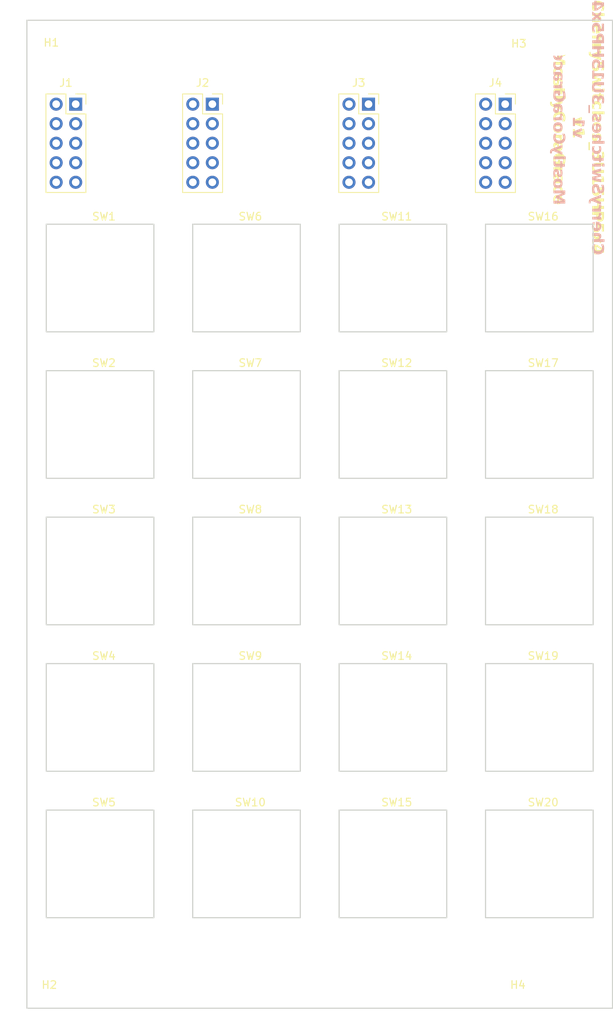
<source format=kicad_pcb>
(kicad_pcb (version 20240108) (generator "pcbnew") (generator_version "8.0")
  (layers (0 "F.Cu" signal) (31 "B.Cu" signal) (34 "B.Paste" user) (35 "F.Paste" user) (36 "B.SilkS" user "B.Silkscreen") (37 "F.SilkS" user "F.Silkscreen") (38 "B.Mask" user) (39 "F.Mask" user) (44 "Edge.Cuts" user))
  (net 0 "")
  (footprint "EXC:SW_Cherry_MX_1.00u_Mount" (layer "F.Cu") (at 66.675 93.1)
    (property "Reference" "SW19" (at 0.5 -8 0) (layer "F.SilkS"))
    (property "Value" "SW_SPST")
    (fp_rect (start -7 -7) (end 7 7) (stroke (width 0.15)) (fill none) (layer "Edge.Cuts"))
  )
  (footprint "EXC:SW_Cherry_MX_1.00u_Mount" (layer "F.Cu") (at 9.52497 55)
    (property "Reference" "SW2" (at 0.5 -8 0) (layer "F.SilkS"))
    (property "Value" "SW_SPST")
    (fp_rect (start -7 -7) (end 7 7) (stroke (width 0.15)) (fill none) (layer "Edge.Cuts"))
  )
  (footprint "EXC:SW_Cherry_MX_1.00u_Mount" (layer "F.Cu") (at 66.675 35.95)
    (property "Reference" "SW16" (at 0.5 -8 0) (layer "F.SilkS"))
    (property "Value" "SW_SPST")
    (fp_rect (start -7 -7) (end 7 7) (stroke (width 0.15)) (fill none) (layer "Edge.Cuts"))
  )
  (footprint "MountingHole:MountingHole_3.2mm_M3" (layer "F.Cu") (at 68.5796 127.925)
    (property "Reference" "H4" (at -4.6986 -0.036 0) (layer "F.SilkS"))
    (property "Value" "MountingHole")
    (pad "" np_thru_hole oval (at 0 0) (size 4.8 3.2) (drill oval 4.8 3.2) (layers "F&B.Cu" "*.Mask"))
  )
  (footprint "MountingHole:MountingHole_3.2mm_M3" (layer "F.Cu") (at 7.61962 127.925)
    (property "Reference" "H2" (at -4.69862 -0.036 0) (layer "F.SilkS"))
    (property "Value" "MountingHole")
    (pad "" np_thru_hole oval (at 0 0) (size 4.8 3.2) (drill oval 4.8 3.2) (layers "F&B.Cu" "*.Mask"))
  )
  (footprint "EXC:SW_Cherry_MX_1.00u_Mount" (layer "F.Cu") (at 9.52497 112.15)
    (property "Reference" "SW5" (at 0.5 -8 0) (layer "F.SilkS"))
    (property "Value" "SW_SPST")
    (fp_rect (start -7 -7) (end 7 7) (stroke (width 0.15)) (fill none) (layer "Edge.Cuts"))
  )
  (footprint "Connector_PinSocket_2.54mm:PinSocket_2x05_P2.54mm_Vertical" (layer "F.Cu") (at 62.23 13.335)
    (property "Reference" "J4" (at -1.27 -2.77 0) (layer "F.SilkS"))
    (property "Value" "Conn_02x05_Odd_Even")
    (fp_line (start -3.87 -1.33) (end -3.87 11.49) (stroke (width 0.12)) (layer "F.SilkS"))
    (fp_line (start -3.87 -1.33) (end -1.27 -1.33) (stroke (width 0.12)) (layer "F.SilkS"))
    (fp_line (start -3.87 11.49) (end 1.33 11.49) (stroke (width 0.12)) (layer "F.SilkS"))
    (fp_line (start -1.27 -1.33) (end -1.27 1.27) (stroke (width 0.12)) (layer "F.SilkS"))
    (fp_line (start -1.27 1.27) (end 1.33 1.27) (stroke (width 0.12)) (layer "F.SilkS"))
    (fp_line (start 0 -1.33) (end 1.33 -1.33) (stroke (width 0.12)) (layer "F.SilkS"))
    (fp_line (start 1.33 -1.33) (end 1.33 0) (stroke (width 0.12)) (layer "F.SilkS"))
    (fp_line (start 1.33 1.27) (end 1.33 11.49) (stroke (width 0.12)) (layer "F.SilkS"))
    (pad "1" thru_hole rect (at 0 0) (size 1.7 1.7) (drill 1) (layers "*.Cu" "*.Mask"))
    (pad "2" thru_hole oval (at -2.54 0) (size 1.7 1.7) (drill 1) (layers "*.Cu" "*.Mask"))
    (pad "3" thru_hole oval (at 0 2.54) (size 1.7 1.7) (drill 1) (layers "*.Cu" "*.Mask"))
    (pad "4" thru_hole oval (at -2.54 2.54) (size 1.7 1.7) (drill 1) (layers "*.Cu" "*.Mask"))
    (pad "5" thru_hole oval (at 0 5.08) (size 1.7 1.7) (drill 1) (layers "*.Cu" "*.Mask"))
    (pad "6" thru_hole oval (at -2.54 5.08) (size 1.7 1.7) (drill 1) (layers "*.Cu" "*.Mask"))
    (pad "7" thru_hole oval (at 0 7.62) (size 1.7 1.7) (drill 1) (layers "*.Cu" "*.Mask"))
    (pad "8" thru_hole oval (at -2.54 7.62) (size 1.7 1.7) (drill 1) (layers "*.Cu" "*.Mask"))
    (pad "9" thru_hole oval (at 0 10.16) (size 1.7 1.7) (drill 1) (layers "*.Cu" "*.Mask"))
    (pad "10" thru_hole oval (at -2.54 10.16) (size 1.7 1.7) (drill 1) (layers "*.Cu" "*.Mask"))
  )
  (footprint "EXC:SW_Cherry_MX_1.00u_Mount" (layer "F.Cu") (at 28.575 55)
    (property "Reference" "SW7" (at 0.5 -8 0) (layer "F.SilkS"))
    (property "Value" "SW_SPST")
    (fp_rect (start -7 -7) (end 7 7) (stroke (width 0.15)) (fill none) (layer "Edge.Cuts"))
  )
  (footprint "MountingHole:MountingHole_3.2mm_M3" (layer "F.Cu") (at 68.5796 5.425)
    (property "Reference" "H3" (at -4.5716 0.036 0) (layer "F.SilkS"))
    (property "Value" "MountingHole")
    (pad "" np_thru_hole oval (at 0 0) (size 4.8 3.2) (drill oval 4.8 3.2) (layers "F&B.Cu" "*.Mask"))
  )
  (footprint "EXC:SW_Cherry_MX_1.00u_Mount" (layer "F.Cu") (at 47.625 93.1)
    (property "Reference" "SW14" (at 0.5 -8 0) (layer "F.SilkS"))
    (property "Value" "SW_SPST")
    (fp_rect (start -7 -7) (end 7 7) (stroke (width 0.15)) (fill none) (layer "Edge.Cuts"))
  )
  (footprint "Connector_PinSocket_2.54mm:PinSocket_2x05_P2.54mm_Vertical" (layer "F.Cu") (at 6.35 13.335)
    (property "Reference" "J1" (at -1.27 -2.77 0) (layer "F.SilkS"))
    (property "Value" "Conn_02x05_Odd_Even")
    (fp_line (start -3.87 -1.33) (end -3.87 11.49) (stroke (width 0.12)) (layer "F.SilkS"))
    (fp_line (start -3.87 -1.33) (end -1.27 -1.33) (stroke (width 0.12)) (layer "F.SilkS"))
    (fp_line (start -3.87 11.49) (end 1.33 11.49) (stroke (width 0.12)) (layer "F.SilkS"))
    (fp_line (start -1.27 -1.33) (end -1.27 1.27) (stroke (width 0.12)) (layer "F.SilkS"))
    (fp_line (start -1.27 1.27) (end 1.33 1.27) (stroke (width 0.12)) (layer "F.SilkS"))
    (fp_line (start 0 -1.33) (end 1.33 -1.33) (stroke (width 0.12)) (layer "F.SilkS"))
    (fp_line (start 1.33 -1.33) (end 1.33 0) (stroke (width 0.12)) (layer "F.SilkS"))
    (fp_line (start 1.33 1.27) (end 1.33 11.49) (stroke (width 0.12)) (layer "F.SilkS"))
    (pad "1" thru_hole rect (at 0 0) (size 1.7 1.7) (drill 1) (layers "*.Cu" "*.Mask"))
    (pad "2" thru_hole oval (at -2.54 0) (size 1.7 1.7) (drill 1) (layers "*.Cu" "*.Mask"))
    (pad "3" thru_hole oval (at 0 2.54) (size 1.7 1.7) (drill 1) (layers "*.Cu" "*.Mask"))
    (pad "4" thru_hole oval (at -2.54 2.54) (size 1.7 1.7) (drill 1) (layers "*.Cu" "*.Mask"))
    (pad "5" thru_hole oval (at 0 5.08) (size 1.7 1.7) (drill 1) (layers "*.Cu" "*.Mask"))
    (pad "6" thru_hole oval (at -2.54 5.08) (size 1.7 1.7) (drill 1) (layers "*.Cu" "*.Mask"))
    (pad "7" thru_hole oval (at 0 7.62) (size 1.7 1.7) (drill 1) (layers "*.Cu" "*.Mask"))
    (pad "8" thru_hole oval (at -2.54 7.62) (size 1.7 1.7) (drill 1) (layers "*.Cu" "*.Mask"))
    (pad "9" thru_hole oval (at 0 10.16) (size 1.7 1.7) (drill 1) (layers "*.Cu" "*.Mask"))
    (pad "10" thru_hole oval (at -2.54 10.16) (size 1.7 1.7) (drill 1) (layers "*.Cu" "*.Mask"))
  )
  (footprint "EXC:SW_Cherry_MX_1.00u_Mount" (layer "F.Cu") (at 47.625 35.95)
    (property "Reference" "SW11" (at 0.5 -8 0) (layer "F.SilkS"))
    (property "Value" "SW_SPST")
    (fp_rect (start -7 -7) (end 7 7) (stroke (width 0.15)) (fill none) (layer "Edge.Cuts"))
  )
  (footprint "EXC:SW_Cherry_MX_1.00u_Mount" (layer "F.Cu") (at 66.675 74.05)
    (property "Reference" "SW18" (at 0.5 -8 0) (layer "F.SilkS"))
    (property "Value" "SW_SPST")
    (fp_rect (start -7 -7) (end 7 7) (stroke (width 0.15)) (fill none) (layer "Edge.Cuts"))
  )
  (footprint "EXC:SW_Cherry_MX_1.00u_Mount" (layer "F.Cu") (at 28.575 112.15)
    (property "Reference" "SW10" (at 0.5 -8 0) (layer "F.SilkS"))
    (property "Value" "SW_SPST")
    (fp_rect (start -7 -7) (end 7 7) (stroke (width 0.15)) (fill none) (layer "Edge.Cuts"))
  )
  (footprint "Connector_PinSocket_2.54mm:PinSocket_2x05_P2.54mm_Vertical" (layer "F.Cu") (at 24.13 13.335)
    (property "Reference" "J2" (at -1.27 -2.77 0) (layer "F.SilkS"))
    (property "Value" "Conn_02x05_Odd_Even")
    (fp_line (start -3.87 -1.33) (end -3.87 11.49) (stroke (width 0.12)) (layer "F.SilkS"))
    (fp_line (start -3.87 -1.33) (end -1.27 -1.33) (stroke (width 0.12)) (layer "F.SilkS"))
    (fp_line (start -3.87 11.49) (end 1.33 11.49) (stroke (width 0.12)) (layer "F.SilkS"))
    (fp_line (start -1.27 -1.33) (end -1.27 1.27) (stroke (width 0.12)) (layer "F.SilkS"))
    (fp_line (start -1.27 1.27) (end 1.33 1.27) (stroke (width 0.12)) (layer "F.SilkS"))
    (fp_line (start 0 -1.33) (end 1.33 -1.33) (stroke (width 0.12)) (layer "F.SilkS"))
    (fp_line (start 1.33 -1.33) (end 1.33 0) (stroke (width 0.12)) (layer "F.SilkS"))
    (fp_line (start 1.33 1.27) (end 1.33 11.49) (stroke (width 0.12)) (layer "F.SilkS"))
    (pad "1" thru_hole rect (at 0 0) (size 1.7 1.7) (drill 1) (layers "*.Cu" "*.Mask"))
    (pad "2" thru_hole oval (at -2.54 0) (size 1.7 1.7) (drill 1) (layers "*.Cu" "*.Mask"))
    (pad "3" thru_hole oval (at 0 2.54) (size 1.7 1.7) (drill 1) (layers "*.Cu" "*.Mask"))
    (pad "4" thru_hole oval (at -2.54 2.54) (size 1.7 1.7) (drill 1) (layers "*.Cu" "*.Mask"))
    (pad "5" thru_hole oval (at 0 5.08) (size 1.7 1.7) (drill 1) (layers "*.Cu" "*.Mask"))
    (pad "6" thru_hole oval (at -2.54 5.08) (size 1.7 1.7) (drill 1) (layers "*.Cu" "*.Mask"))
    (pad "7" thru_hole oval (at 0 7.62) (size 1.7 1.7) (drill 1) (layers "*.Cu" "*.Mask"))
    (pad "8" thru_hole oval (at -2.54 7.62) (size 1.7 1.7) (drill 1) (layers "*.Cu" "*.Mask"))
    (pad "9" thru_hole oval (at 0 10.16) (size 1.7 1.7) (drill 1) (layers "*.Cu" "*.Mask"))
    (pad "10" thru_hole oval (at -2.54 10.16) (size 1.7 1.7) (drill 1) (layers "*.Cu" "*.Mask"))
  )
  (footprint "EXC:SW_Cherry_MX_1.00u_Mount" (layer "F.Cu") (at 66.675 55)
    (property "Reference" "SW17" (at 0.5 -8 0) (layer "F.SilkS"))
    (property "Value" "SW_SPST")
    (fp_rect (start -7 -7) (end 7 7) (stroke (width 0.15)) (fill none) (layer "Edge.Cuts"))
  )
  (footprint "EXC:SW_Cherry_MX_1.00u_Mount" (layer "F.Cu") (at 9.52497 35.95)
    (property "Reference" "SW1" (at 0.5 -8 0) (layer "F.SilkS"))
    (property "Value" "SW_SPST")
    (fp_rect (start -7 -7) (end 7 7) (stroke (width 0.15)) (fill none) (layer "Edge.Cuts"))
  )
  (footprint "EXC:SW_Cherry_MX_1.00u_Mount" (layer "F.Cu") (at 9.52497 93.1)
    (property "Reference" "SW4" (at 0.5 -8 0) (layer "F.SilkS"))
    (property "Value" "SW_SPST")
    (fp_rect (start -7 -7) (end 7 7) (stroke (width 0.15)) (fill none) (layer "Edge.Cuts"))
  )
  (footprint "EXC:SW_Cherry_MX_1.00u_Mount" (layer "F.Cu") (at 47.625 74.05)
    (property "Reference" "SW13" (at 0.5 -8 0) (layer "F.SilkS"))
    (property "Value" "SW_SPST")
    (fp_rect (start -7 -7) (end 7 7) (stroke (width 0.15)) (fill none) (layer "Edge.Cuts"))
  )
  (footprint "MountingHole:MountingHole_3.2mm_M3" (layer "F.Cu") (at 7.61962 5.425)
    (property "Reference" "H1" (at -4.44462 -0.091 0) (layer "F.SilkS"))
    (property "Value" "MountingHole")
    (pad "" np_thru_hole oval (at 0 0) (size 4.8 3.2) (drill oval 4.8 3.2) (layers "F&B.Cu" "*.Mask"))
  )
  (footprint "Connector_PinSocket_2.54mm:PinSocket_2x05_P2.54mm_Vertical" (layer "F.Cu") (at 44.45 13.335)
    (property "Reference" "J3" (at -1.27 -2.77 0) (layer "F.SilkS"))
    (property "Value" "Conn_02x05_Odd_Even")
    (fp_line (start -3.87 -1.33) (end -3.87 11.49) (stroke (width 0.12)) (layer "F.SilkS"))
    (fp_line (start -3.87 -1.33) (end -1.27 -1.33) (stroke (width 0.12)) (layer "F.SilkS"))
    (fp_line (start -3.87 11.49) (end 1.33 11.49) (stroke (width 0.12)) (layer "F.SilkS"))
    (fp_line (start -1.27 -1.33) (end -1.27 1.27) (stroke (width 0.12)) (layer "F.SilkS"))
    (fp_line (start -1.27 1.27) (end 1.33 1.27) (stroke (width 0.12)) (layer "F.SilkS"))
    (fp_line (start 0 -1.33) (end 1.33 -1.33) (stroke (width 0.12)) (layer "F.SilkS"))
    (fp_line (start 1.33 -1.33) (end 1.33 0) (stroke (width 0.12)) (layer "F.SilkS"))
    (fp_line (start 1.33 1.27) (end 1.33 11.49) (stroke (width 0.12)) (layer "F.SilkS"))
    (pad "1" thru_hole rect (at 0 0) (size 1.7 1.7) (drill 1) (layers "*.Cu" "*.Mask"))
    (pad "2" thru_hole oval (at -2.54 0) (size 1.7 1.7) (drill 1) (layers "*.Cu" "*.Mask"))
    (pad "3" thru_hole oval (at 0 2.54) (size 1.7 1.7) (drill 1) (layers "*.Cu" "*.Mask"))
    (pad "4" thru_hole oval (at -2.54 2.54) (size 1.7 1.7) (drill 1) (layers "*.Cu" "*.Mask"))
    (pad "5" thru_hole oval (at 0 5.08) (size 1.7 1.7) (drill 1) (layers "*.Cu" "*.Mask"))
    (pad "6" thru_hole oval (at -2.54 5.08) (size 1.7 1.7) (drill 1) (layers "*.Cu" "*.Mask"))
    (pad "7" thru_hole oval (at 0 7.62) (size 1.7 1.7) (drill 1) (layers "*.Cu" "*.Mask"))
    (pad "8" thru_hole oval (at -2.54 7.62) (size 1.7 1.7) (drill 1) (layers "*.Cu" "*.Mask"))
    (pad "9" thru_hole oval (at 0 10.16) (size 1.7 1.7) (drill 1) (layers "*.Cu" "*.Mask"))
    (pad "10" thru_hole oval (at -2.54 10.16) (size 1.7 1.7) (drill 1) (layers "*.Cu" "*.Mask"))
  )
  (footprint "EXC:SW_Cherry_MX_1.00u_Mount" (layer "F.Cu") (at 9.52497 74.05)
    (property "Reference" "SW3" (at 0.5 -8 0) (layer "F.SilkS"))
    (property "Value" "SW_SPST")
    (fp_rect (start -7 -7) (end 7 7) (stroke (width 0.15)) (fill none) (layer "Edge.Cuts"))
  )
  (footprint "EXC:SW_Cherry_MX_1.00u_Mount" (layer "F.Cu") (at 66.675 112.15)
    (property "Reference" "SW20" (at 0.5 -8 0) (layer "F.SilkS"))
    (property "Value" "SW_SPST")
    (fp_rect (start -7 -7) (end 7 7) (stroke (width 0.15)) (fill none) (layer "Edge.Cuts"))
  )
  (footprint "EXC:SW_Cherry_MX_1.00u_Mount" (layer "F.Cu") (at 28.575 74.05)
    (property "Reference" "SW8" (at 0.5 -8 0) (layer "F.SilkS"))
    (property "Value" "SW_SPST")
    (fp_rect (start -7 -7) (end 7 7) (stroke (width 0.15)) (fill none) (layer "Edge.Cuts"))
  )
  (footprint "EXC:SW_Cherry_MX_1.00u_Mount" (layer "F.Cu") (at 47.625 55)
    (property "Reference" "SW12" (at 0.5 -8 0) (layer "F.SilkS"))
    (property "Value" "SW_SPST")
    (fp_rect (start -7 -7) (end 7 7) (stroke (width 0.15)) (fill none) (layer "Edge.Cuts"))
  )
  (footprint "EXC:SW_Cherry_MX_1.00u_Mount" (layer "F.Cu") (at 47.625 112.15)
    (property "Reference" "SW15" (at 0.5 -8 0) (layer "F.SilkS"))
    (property "Value" "SW_SPST")
    (fp_rect (start -7 -7) (end 7 7) (stroke (width 0.15)) (fill none) (layer "Edge.Cuts"))
  )
  (footprint "EXC:SW_Cherry_MX_1.00u_Mount" (layer "F.Cu") (at 28.575 35.95)
    (property "Reference" "SW6" (at 0.5 -8 0) (layer "F.SilkS"))
    (property "Value" "SW_SPST")
    (fp_rect (start -7 -7) (end 7 7) (stroke (width 0.15)) (fill none) (layer "Edge.Cuts"))
  )
  (footprint "EXC:SW_Cherry_MX_1.00u_Mount" (layer "F.Cu") (at 28.575 93.1)
    (property "Reference" "SW9" (at 0.5 -8 0) (layer "F.SilkS"))
    (property "Value" "SW_SPST")
    (fp_rect (start -7 -7) (end 7 7) (stroke (width 0.15)) (fill none) (layer "Edge.Cuts"))
  )
  (gr_rect (start 0 2.425) (end 76.2 130.925) (stroke (width 0.15)) (fill none) (layer "Edge.Cuts"))
  (gr_text "CherrySwitches_3U15HP5x4\nv1\nMostlyCoraGrace" (at 75.057 16.383 270) (layer "B.SilkS") (effects (font (size 1.5 1.5) (thickness 0.3) (bold yes)) (justify top mirror)))
  (gr_text "CherrySwitches_3U15HP5x4\nv1\nMostlyCoraGrace" (at 75.057 16.383 270) (layer "F.SilkS") (effects (font (size 1.5 1.5) (thickness 0.3) (bold yes)) (justify top)))
)
</source>
